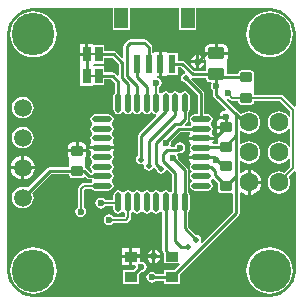
<source format=gbl>
G04 Layer_Physical_Order=2*
G04 Layer_Color=16711680*
%FSLAX44Y44*%
%MOMM*%
G71*
G01*
G75*
%ADD10R,0.6350X1.2700*%
G04:AMPARAMS|DCode=11|XSize=1mm|YSize=0.9mm|CornerRadius=0.1125mm|HoleSize=0mm|Usage=FLASHONLY|Rotation=180.000|XOffset=0mm|YOffset=0mm|HoleType=Round|Shape=RoundedRectangle|*
%AMROUNDEDRECTD11*
21,1,1.0000,0.6750,0,0,180.0*
21,1,0.7750,0.9000,0,0,180.0*
1,1,0.2250,-0.3875,0.3375*
1,1,0.2250,0.3875,0.3375*
1,1,0.2250,0.3875,-0.3375*
1,1,0.2250,-0.3875,-0.3375*
%
%ADD11ROUNDEDRECTD11*%
%ADD12R,1.0160X0.8636*%
%ADD14C,0.2000*%
%ADD15C,0.2500*%
%ADD16C,0.3000*%
%ADD17C,1.5000*%
%ADD18C,3.6000*%
%ADD19C,1.6000*%
%ADD20C,0.6000*%
%ADD21C,0.5000*%
%ADD22R,1.2000X1.8000*%
%ADD23R,0.6000X1.5500*%
%ADD24O,1.6500X0.5500*%
%ADD25O,0.5500X1.6500*%
G04:AMPARAMS|DCode=26|XSize=1.4mm|YSize=1mm|CornerRadius=0.125mm|HoleSize=0mm|Usage=FLASHONLY|Rotation=0.000|XOffset=0mm|YOffset=0mm|HoleType=Round|Shape=RoundedRectangle|*
%AMROUNDEDRECTD26*
21,1,1.4000,0.7500,0,0,0.0*
21,1,1.1500,1.0000,0,0,0.0*
1,1,0.2500,0.5750,-0.3750*
1,1,0.2500,-0.5750,-0.3750*
1,1,0.2500,-0.5750,0.3750*
1,1,0.2500,0.5750,0.3750*
%
%ADD26ROUNDEDRECTD26*%
%ADD27R,0.6000X0.2000*%
%ADD28R,0.9079X0.2000*%
G36*
X97196Y199839D02*
Y190428D01*
X96023Y189942D01*
X93983Y191982D01*
X93073Y192590D01*
X92001Y192803D01*
X84835D01*
Y197850D01*
X75998D01*
X75744Y199000D01*
X75998Y200150D01*
X84835D01*
Y205196D01*
X91839D01*
X97196Y199839D01*
D02*
G37*
G36*
X25000Y247176D02*
X92000D01*
Y228500D01*
X107000D01*
Y247176D01*
X148000D01*
Y228500D01*
X163000D01*
Y247176D01*
X223772D01*
X225000Y247176D01*
X225000Y247176D01*
X225000Y247176D01*
Y247176D01*
X226234Y247088D01*
X229333Y246783D01*
X233499Y245519D01*
X237339Y243467D01*
X240705Y240705D01*
X243467Y237339D01*
X245519Y233499D01*
X246783Y229333D01*
X247088Y226234D01*
X247176Y225000D01*
X247176D01*
X247176Y225000D01*
Y164225D01*
X245906Y163699D01*
X236302Y173302D01*
X235476Y173855D01*
X234500Y174049D01*
X211551D01*
Y174875D01*
X211439Y175439D01*
X212000Y176000D01*
Y184000D01*
X211439Y184561D01*
X211551Y185125D01*
Y191875D01*
X211348Y192899D01*
X210767Y193768D01*
X209899Y194348D01*
X208875Y194552D01*
X201125D01*
X200101Y194348D01*
X199232Y193768D01*
X198652Y192899D01*
X198448Y191875D01*
Y191304D01*
X188554D01*
Y194750D01*
X188545Y194795D01*
X189000Y195250D01*
Y203292D01*
X189320Y203771D01*
X189614Y205250D01*
Y207730D01*
X170386D01*
Y205250D01*
X170680Y203771D01*
X171000Y203292D01*
Y195250D01*
X171176Y195074D01*
X170782Y193804D01*
X161161D01*
X152983Y201983D01*
X152073Y202591D01*
X151000Y202804D01*
X147000D01*
Y209250D01*
X138040D01*
Y210290D01*
X133770D01*
Y200000D01*
Y189710D01*
X138040D01*
Y190750D01*
X147000D01*
Y197196D01*
X149838D01*
X153718Y193317D01*
X153300Y191939D01*
X152439Y191768D01*
X151116Y190884D01*
X150232Y189561D01*
X149922Y188000D01*
X150232Y186439D01*
X151116Y185116D01*
X152439Y184232D01*
X154000Y183922D01*
X154094Y183940D01*
X164196Y173839D01*
Y157333D01*
X161500D01*
X159842Y157003D01*
X158436Y156064D01*
X157497Y154658D01*
X157167Y153000D01*
X157497Y151342D01*
X158436Y149936D01*
X158470Y149913D01*
X158565Y148503D01*
X157849Y147804D01*
X153428D01*
X152942Y148977D01*
X154983Y151017D01*
X155590Y151927D01*
X155804Y153000D01*
Y158262D01*
X156064Y158436D01*
X157003Y159842D01*
X157333Y161500D01*
Y172500D01*
X157003Y174158D01*
X156064Y175564D01*
X154658Y176503D01*
X153000Y176833D01*
X151342Y176503D01*
X149936Y175564D01*
X149635Y175114D01*
X148365D01*
X148064Y175564D01*
X146658Y176503D01*
X145000Y176833D01*
X143342Y176503D01*
X141936Y175564D01*
X141635Y175114D01*
X140365D01*
X140064Y175564D01*
X138658Y176503D01*
X137000Y176833D01*
X135342Y176503D01*
X133936Y175564D01*
X133713Y175231D01*
X132447Y175156D01*
X132121Y175480D01*
X132064Y175564D01*
X131975Y175623D01*
X131549Y176046D01*
Y180291D01*
X132244Y180756D01*
X133239Y182244D01*
X133588Y184000D01*
X133239Y185756D01*
X132244Y187244D01*
X130756Y188239D01*
X129744Y188440D01*
X129869Y189710D01*
X131230D01*
Y200000D01*
Y210290D01*
X126960D01*
Y209250D01*
X125304D01*
Y214500D01*
X125091Y215573D01*
X124483Y216483D01*
X120983Y219983D01*
X120073Y220590D01*
X119000Y220804D01*
X107000D01*
X105927Y220590D01*
X105017Y219983D01*
X102017Y216983D01*
X101410Y216073D01*
X101196Y215000D01*
Y205429D01*
X100023Y204942D01*
X94983Y209983D01*
X94073Y210590D01*
X93000Y210804D01*
X84835D01*
Y215850D01*
X75715D01*
Y216890D01*
X71270D01*
Y210289D01*
X70931Y210148D01*
X70455Y209000D01*
Y208000D01*
X70000D01*
Y206730D01*
X64285D01*
Y199110D01*
X64285D01*
Y198890D01*
X64285D01*
Y181110D01*
X75715D01*
Y182150D01*
X84835D01*
Y187196D01*
X90839D01*
X94196Y183839D01*
Y175738D01*
X93936Y175564D01*
X92997Y174158D01*
X92667Y172500D01*
Y161500D01*
X92997Y159842D01*
X93936Y158436D01*
X95342Y157497D01*
X97000Y157167D01*
X98658Y157497D01*
X100064Y158436D01*
X100365Y158886D01*
X101635D01*
X101936Y158436D01*
X103342Y157497D01*
X105000Y157167D01*
X106658Y157497D01*
X108064Y158436D01*
X108365Y158886D01*
X109635D01*
X109936Y158436D01*
X111342Y157497D01*
X113000Y157167D01*
X114658Y157497D01*
X116064Y158436D01*
X116365Y158886D01*
X117635D01*
X117936Y158436D01*
X119342Y157497D01*
X121000Y157167D01*
X122658Y157497D01*
X124064Y158436D01*
X124365Y158886D01*
X125635D01*
X125936Y158436D01*
X127342Y157497D01*
X128504Y157265D01*
X129006Y155972D01*
X114017Y140983D01*
X113410Y140073D01*
X113196Y139000D01*
Y121937D01*
X113116Y121884D01*
X112232Y120561D01*
X111922Y119000D01*
X112232Y117439D01*
X113116Y116116D01*
X114439Y115232D01*
X116000Y114922D01*
X117561Y115232D01*
X117689Y115317D01*
X118832Y114554D01*
X118672Y113750D01*
X118982Y112189D01*
X119866Y110866D01*
X121189Y109982D01*
X122750Y109672D01*
X124311Y109982D01*
X125634Y110866D01*
X126330Y111908D01*
X127409Y112208D01*
X127818Y112217D01*
X128940Y111094D01*
X128922Y111000D01*
X129232Y109439D01*
X130116Y108116D01*
X131439Y107232D01*
X133000Y106922D01*
X134561Y107232D01*
X135884Y108116D01*
X136768Y109439D01*
X136939Y110300D01*
X138317Y110718D01*
X142196Y106839D01*
Y91738D01*
X141936Y91564D01*
X141635Y91114D01*
X140365D01*
X140064Y91564D01*
X138658Y92503D01*
X137000Y92833D01*
X135342Y92503D01*
X133936Y91564D01*
X133635Y91114D01*
X132365D01*
X132064Y91564D01*
X130658Y92503D01*
X129000Y92833D01*
X127342Y92503D01*
X125936Y91564D01*
X125635Y91114D01*
X124365D01*
X124064Y91564D01*
X122658Y92503D01*
X121000Y92833D01*
X119342Y92503D01*
X117936Y91564D01*
X117635Y91114D01*
X116365D01*
X116064Y91564D01*
X114658Y92503D01*
X113000Y92833D01*
X111342Y92503D01*
X109936Y91564D01*
X109635Y91114D01*
X108365D01*
X108064Y91564D01*
X106658Y92503D01*
X105000Y92833D01*
X103342Y92503D01*
X101936Y91564D01*
X101635Y91114D01*
X100365D01*
X100064Y91564D01*
X98658Y92503D01*
X97000Y92833D01*
X95342Y92503D01*
X93936Y91564D01*
X92997Y90158D01*
X92667Y88500D01*
Y84549D01*
X85709D01*
X85244Y85244D01*
X83756Y86239D01*
X82000Y86588D01*
X80244Y86239D01*
X78756Y85244D01*
X77761Y83756D01*
X77412Y82000D01*
X77761Y80244D01*
X78756Y78756D01*
X80244Y77761D01*
X82000Y77412D01*
X83756Y77761D01*
X85244Y78756D01*
X85709Y79451D01*
X92667D01*
Y77500D01*
X92997Y75842D01*
X93936Y74436D01*
X95342Y73497D01*
X97000Y73167D01*
X98658Y73497D01*
X100064Y74436D01*
X100287Y74769D01*
X101553Y74844D01*
X101880Y74521D01*
X101936Y74436D01*
X102025Y74377D01*
X102451Y73954D01*
Y71056D01*
X101944Y70549D01*
X92709D01*
X92244Y71244D01*
X90756Y72239D01*
X89000Y72588D01*
X87244Y72239D01*
X85756Y71244D01*
X84761Y69756D01*
X84412Y68000D01*
X84761Y66244D01*
X85756Y64756D01*
X87244Y63761D01*
X89000Y63412D01*
X90756Y63761D01*
X92244Y64756D01*
X92709Y65451D01*
X103000D01*
X103975Y65645D01*
X104802Y66198D01*
X106802Y68198D01*
X107355Y69025D01*
X107549Y70000D01*
Y74092D01*
X108064Y74436D01*
X108365Y74886D01*
X109635D01*
X109936Y74436D01*
X111342Y73497D01*
X113000Y73167D01*
X114658Y73497D01*
X116064Y74436D01*
X116365Y74886D01*
X117635D01*
X117936Y74436D01*
X119342Y73497D01*
X121000Y73167D01*
X122658Y73497D01*
X124064Y74436D01*
X124365Y74886D01*
X125635D01*
X125936Y74436D01*
X127342Y73497D01*
X129000Y73167D01*
X130658Y73497D01*
X132064Y74436D01*
X132087Y74471D01*
X133497Y74566D01*
X134196Y73849D01*
Y42390D01*
X134410Y41317D01*
X135017Y40407D01*
X135920Y39505D01*
Y31072D01*
X148561D01*
X149091Y29807D01*
X144353Y25068D01*
X135920D01*
Y22054D01*
X128789D01*
X128495Y22494D01*
X127006Y23489D01*
X125250Y23838D01*
X123494Y23489D01*
X122006Y22494D01*
X121011Y21006D01*
X120662Y19250D01*
X121011Y17494D01*
X122006Y16006D01*
X123494Y15011D01*
X125250Y14662D01*
X127006Y15011D01*
X128495Y16006D01*
X128789Y16446D01*
X135920D01*
Y13432D01*
X149080D01*
Y21865D01*
X198833Y71618D01*
X199441Y72527D01*
X199654Y73600D01*
Y90811D01*
X200924Y91437D01*
X202285Y90393D01*
X204848Y89331D01*
X206330Y89136D01*
Y99600D01*
Y110064D01*
X204848Y109869D01*
X202285Y108807D01*
X200924Y107763D01*
X199654Y108389D01*
Y117827D01*
X200180Y118006D01*
X200924Y118148D01*
X202809Y116702D01*
X205120Y115744D01*
X207600Y115418D01*
X210080Y115744D01*
X212391Y116702D01*
X214375Y118225D01*
X215898Y120209D01*
X216855Y122520D01*
X217182Y125000D01*
X216855Y127480D01*
X215898Y129791D01*
X214375Y131776D01*
X212391Y133298D01*
X210080Y134256D01*
X207600Y134582D01*
X205120Y134256D01*
X202809Y133298D01*
X200924Y131852D01*
X200180Y131994D01*
X199654Y132173D01*
Y143227D01*
X200180Y143406D01*
X200924Y143548D01*
X202809Y142102D01*
X205120Y141145D01*
X207600Y140818D01*
X210080Y141145D01*
X212391Y142102D01*
X214375Y143625D01*
X215898Y145609D01*
X216855Y147920D01*
X217182Y150400D01*
X216855Y152880D01*
X215898Y155191D01*
X214375Y157176D01*
X212391Y158698D01*
X210080Y159656D01*
X207600Y159982D01*
X205120Y159656D01*
X202809Y158698D01*
X200825Y157176D01*
X200792Y157173D01*
X188562Y169403D01*
X189188Y170573D01*
X190000Y170412D01*
X190820Y170575D01*
X191698Y169698D01*
X192525Y169145D01*
X193500Y168951D01*
X198448D01*
Y168125D01*
X198652Y167101D01*
X199232Y166232D01*
X200101Y165652D01*
X201125Y165448D01*
X208875D01*
X209899Y165652D01*
X210767Y166232D01*
X211348Y167101D01*
X211551Y168125D01*
Y168951D01*
X233444D01*
X242451Y159944D01*
Y155697D01*
X241722Y155377D01*
X241181Y155344D01*
X239775Y157176D01*
X237791Y158698D01*
X235480Y159656D01*
X233000Y159982D01*
X230520Y159656D01*
X228209Y158698D01*
X226224Y157176D01*
X224702Y155191D01*
X223745Y152880D01*
X223418Y150400D01*
X223745Y147920D01*
X224702Y145609D01*
X226224Y143625D01*
X228209Y142102D01*
X230520Y141145D01*
X233000Y140818D01*
X235480Y141145D01*
X237791Y142102D01*
X239775Y143625D01*
X241181Y145456D01*
X241722Y145423D01*
X242451Y145103D01*
Y130297D01*
X241722Y129977D01*
X241181Y129944D01*
X239775Y131776D01*
X237791Y133298D01*
X235480Y134256D01*
X233000Y134582D01*
X230520Y134256D01*
X228209Y133298D01*
X226224Y131776D01*
X224702Y129791D01*
X223745Y127480D01*
X223418Y125000D01*
X223745Y122520D01*
X224702Y120209D01*
X226224Y118225D01*
X228209Y116702D01*
X230520Y115744D01*
X233000Y115418D01*
X235480Y115744D01*
X237791Y116702D01*
X239775Y118225D01*
X241181Y120056D01*
X241722Y120023D01*
X242451Y119703D01*
Y112655D01*
X237723Y107927D01*
X235480Y108855D01*
X233000Y109182D01*
X230520Y108855D01*
X228209Y107898D01*
X226224Y106376D01*
X224702Y104391D01*
X223745Y102080D01*
X223418Y99600D01*
X223745Y97120D01*
X224702Y94809D01*
X226224Y92825D01*
X228209Y91302D01*
X230520Y90344D01*
X233000Y90018D01*
X235480Y90344D01*
X237791Y91302D01*
X239775Y92825D01*
X241298Y94809D01*
X242255Y97120D01*
X242582Y99600D01*
X242255Y102080D01*
X241327Y104321D01*
X245906Y108900D01*
X247176Y108374D01*
Y26228D01*
X247176Y25000D01*
X247176Y25000D01*
X247176Y25000D01*
X247176D01*
X247088Y23766D01*
X246783Y20667D01*
X245519Y16501D01*
X243467Y12661D01*
X240705Y9295D01*
X237339Y6533D01*
X233499Y4481D01*
X229333Y3217D01*
X226234Y2912D01*
X225000Y2824D01*
Y2824D01*
X225000Y2824D01*
X26228D01*
X25000Y2824D01*
X25000Y2824D01*
X25000Y2824D01*
Y2824D01*
X23766Y2912D01*
X20667Y3217D01*
X16501Y4481D01*
X12661Y6533D01*
X9295Y9295D01*
X6533Y12661D01*
X4481Y16501D01*
X3217Y20667D01*
X2912Y23766D01*
X2824Y25000D01*
X2824D01*
X2824Y25000D01*
Y223772D01*
X2824Y225000D01*
X2824Y225000D01*
X2824Y225000D01*
X2824D01*
X2912Y226234D01*
X3217Y229333D01*
X4481Y233499D01*
X6533Y237339D01*
X9295Y240705D01*
X12661Y243467D01*
X16501Y245519D01*
X20667Y246783D01*
X23766Y247088D01*
X25000Y247176D01*
Y247176D01*
X25000Y247176D01*
D02*
G37*
G36*
X160000Y188196D02*
X171446D01*
Y187250D01*
X171660Y186177D01*
X172267Y185267D01*
X173177Y184660D01*
X174250Y184446D01*
X175363D01*
X176042Y183176D01*
X175761Y182756D01*
X175412Y181000D01*
X175761Y179244D01*
X176756Y177756D01*
X177196Y177461D01*
Y174000D01*
X177410Y172927D01*
X178017Y172017D01*
X188237Y161798D01*
X187658Y160581D01*
X185838Y160219D01*
X184006Y158994D01*
X182781Y157162D01*
X182604Y156270D01*
X188000D01*
Y153730D01*
X182604D01*
X182686Y153321D01*
X181483Y152517D01*
X180672Y151305D01*
X180388Y149875D01*
Y147770D01*
X188000D01*
Y145230D01*
X180388D01*
Y143125D01*
X180672Y141695D01*
X181000Y141205D01*
Y134000D01*
X181426Y133574D01*
X181236Y132304D01*
X177135D01*
X177080Y132363D01*
X176573Y133574D01*
X177483Y134936D01*
X177641Y135730D01*
X167000D01*
X156359D01*
X156517Y134936D01*
X157686Y133186D01*
X157845Y133080D01*
X158017Y131437D01*
X157497Y130658D01*
X157167Y129000D01*
X157497Y127342D01*
X158017Y126563D01*
X157845Y124920D01*
X157686Y124814D01*
X156517Y123064D01*
X156359Y122270D01*
X167000D01*
Y119730D01*
X156359D01*
X156517Y118936D01*
X157686Y117186D01*
X157845Y117080D01*
X158017Y115437D01*
X157497Y114658D01*
X157167Y113000D01*
X157497Y111342D01*
X158436Y109936D01*
X158886Y109635D01*
Y108365D01*
X158436Y108064D01*
X157497Y106658D01*
X157167Y105000D01*
X157497Y103342D01*
X158436Y101936D01*
X158886Y101635D01*
Y100365D01*
X158436Y100064D01*
X157497Y98658D01*
X157167Y97000D01*
X157497Y95342D01*
X158436Y93936D01*
X159842Y92997D01*
X161500Y92667D01*
X172500D01*
X174158Y92997D01*
X175564Y93936D01*
X176503Y95342D01*
X176833Y97000D01*
X176503Y98658D01*
X175564Y100064D01*
X175114Y100365D01*
Y101635D01*
X175564Y101936D01*
X176082Y102711D01*
X177604Y102918D01*
X177626Y102909D01*
X181449Y99086D01*
Y93125D01*
X181652Y92101D01*
X182233Y91232D01*
X183101Y90652D01*
X184125Y90449D01*
X191875D01*
X192776Y90628D01*
X192994Y90590D01*
X194046Y89891D01*
Y74762D01*
X167432Y48148D01*
X166446Y48957D01*
X166768Y49439D01*
X167078Y51000D01*
X166768Y52561D01*
X165884Y53884D01*
X164561Y54768D01*
X163000Y55078D01*
X162906Y55060D01*
X155804Y62161D01*
Y74262D01*
X156064Y74436D01*
X157003Y75842D01*
X157333Y77500D01*
Y88500D01*
X157003Y90158D01*
X156064Y91564D01*
X155804Y91738D01*
Y110000D01*
X155590Y111073D01*
X154983Y111983D01*
X147485Y119480D01*
X147588Y120000D01*
X147239Y121756D01*
X146457Y122926D01*
X146861Y124006D01*
X147017Y124200D01*
X148073Y124410D01*
X148288Y124553D01*
X149000Y124412D01*
X150756Y124761D01*
X152244Y125756D01*
X153239Y127244D01*
X153588Y129000D01*
X153239Y130756D01*
X152244Y132244D01*
X150756Y133239D01*
X149000Y133588D01*
X147244Y133239D01*
X145756Y132244D01*
X144761Y130756D01*
X144572Y129804D01*
X141624D01*
X141025Y130924D01*
X141239Y131244D01*
X141588Y133000D01*
X141319Y134354D01*
X149161Y142196D01*
X157469D01*
X157851Y140938D01*
X157845Y140920D01*
X157686Y140814D01*
X156517Y139064D01*
X156359Y138270D01*
X167000D01*
X177641D01*
X177483Y139064D01*
X176314Y140814D01*
X176155Y140920D01*
X175983Y142563D01*
X176503Y143342D01*
X176833Y145000D01*
X176503Y146658D01*
X175564Y148064D01*
X175114Y148365D01*
Y149635D01*
X175564Y149936D01*
X176503Y151342D01*
X176833Y153000D01*
X176503Y154658D01*
X175564Y156064D01*
X174158Y157003D01*
X172500Y157333D01*
X169804D01*
Y175000D01*
X169590Y176073D01*
X168983Y176983D01*
X158832Y187134D01*
X159457Y188304D01*
X160000Y188196D01*
D02*
G37*
%LPC*%
G36*
X185750Y216614D02*
X181270D01*
Y210270D01*
X189614D01*
Y212750D01*
X189320Y214229D01*
X188482Y215482D01*
X187229Y216320D01*
X185750Y216614D01*
D02*
G37*
G36*
X178730D02*
X174250D01*
X172771Y216320D01*
X171518Y215482D01*
X170680Y214229D01*
X170386Y212750D01*
Y210270D01*
X178730D01*
Y216614D01*
D02*
G37*
G36*
X68730Y216890D02*
X64285D01*
Y209270D01*
X68730D01*
Y216890D01*
D02*
G37*
G36*
X225000Y244594D02*
X221177Y244218D01*
X217501Y243103D01*
X214114Y241292D01*
X211145Y238855D01*
X208708Y235886D01*
X206897Y232498D01*
X205782Y228822D01*
X205406Y225000D01*
X205782Y221177D01*
X206897Y217501D01*
X208708Y214114D01*
X211145Y211145D01*
X214114Y208708D01*
X217501Y206897D01*
X221177Y205782D01*
X225000Y205406D01*
X228822Y205782D01*
X232498Y206897D01*
X235886Y208708D01*
X238855Y211145D01*
X241292Y214114D01*
X243103Y217501D01*
X244218Y221177D01*
X244594Y225000D01*
X244218Y228822D01*
X243103Y232498D01*
X241292Y235886D01*
X238855Y238855D01*
X235886Y241292D01*
X232498Y243103D01*
X228822Y244218D01*
X225000Y244594D01*
D02*
G37*
G36*
X25000D02*
X21177Y244218D01*
X17502Y243103D01*
X14114Y241292D01*
X11145Y238855D01*
X8708Y235886D01*
X6897Y232498D01*
X5782Y228822D01*
X5406Y225000D01*
X5782Y221177D01*
X6897Y217501D01*
X8708Y214114D01*
X11145Y211145D01*
X14114Y208708D01*
X17502Y206897D01*
X21177Y205782D01*
X25000Y205406D01*
X28823Y205782D01*
X32499Y206897D01*
X35886Y208708D01*
X38856Y211145D01*
X41292Y214114D01*
X43103Y217501D01*
X44218Y221177D01*
X44595Y225000D01*
X44218Y228822D01*
X43103Y232498D01*
X41292Y235886D01*
X38856Y238855D01*
X35886Y241292D01*
X32499Y243103D01*
X28823Y244218D01*
X25000Y244594D01*
D02*
G37*
G36*
X165270Y207396D02*
Y203270D01*
X169396D01*
X169219Y204162D01*
X167994Y205994D01*
X166162Y207219D01*
X165270Y207396D01*
D02*
G37*
G36*
X162730D02*
X161838Y207219D01*
X160006Y205994D01*
X158781Y204162D01*
X158604Y203270D01*
X162730D01*
Y207396D01*
D02*
G37*
G36*
X169396Y200730D02*
X165270D01*
Y196604D01*
X166162Y196781D01*
X167994Y198006D01*
X169219Y199838D01*
X169396Y200730D01*
D02*
G37*
G36*
X162730D02*
X158604D01*
X158781Y199838D01*
X160006Y198006D01*
X161838Y196781D01*
X162730Y196604D01*
Y200730D01*
D02*
G37*
G36*
X16000Y172078D02*
X13650Y171768D01*
X11461Y170861D01*
X9581Y169419D01*
X8138Y167539D01*
X7232Y165349D01*
X6922Y163000D01*
X7232Y160651D01*
X8138Y158461D01*
X9581Y156581D01*
X11461Y155139D01*
X13650Y154232D01*
X16000Y153922D01*
X18349Y154232D01*
X20539Y155139D01*
X22419Y156581D01*
X23861Y158461D01*
X24768Y160651D01*
X25078Y163000D01*
X24768Y165349D01*
X23861Y167539D01*
X22419Y169419D01*
X20539Y170861D01*
X18349Y171768D01*
X16000Y172078D01*
D02*
G37*
G36*
X88500Y157333D02*
X77500D01*
X75842Y157003D01*
X74436Y156064D01*
X73497Y154658D01*
X73167Y153000D01*
X73497Y151342D01*
X74436Y149936D01*
X74886Y149635D01*
Y148365D01*
X74436Y148064D01*
X73497Y146658D01*
X73167Y145000D01*
X73497Y143342D01*
X74436Y141936D01*
X74886Y141635D01*
Y140365D01*
X74436Y140064D01*
X73497Y138658D01*
X73167Y137000D01*
X73497Y135342D01*
X74017Y134563D01*
X73845Y132920D01*
X73686Y132814D01*
X72517Y131064D01*
X72359Y130270D01*
X83000D01*
X93641D01*
X93483Y131064D01*
X92314Y132814D01*
X92155Y132920D01*
X91983Y134563D01*
X92503Y135342D01*
X92833Y137000D01*
X92503Y138658D01*
X91564Y140064D01*
X91114Y140365D01*
Y141635D01*
X91564Y141936D01*
X92503Y143342D01*
X92833Y145000D01*
X92503Y146658D01*
X91564Y148064D01*
X91114Y148365D01*
Y149635D01*
X91564Y149936D01*
X92503Y151342D01*
X92833Y153000D01*
X92503Y154658D01*
X91564Y156064D01*
X90158Y157003D01*
X88500Y157333D01*
D02*
G37*
G36*
X16000Y146678D02*
X13650Y146368D01*
X11461Y145461D01*
X9581Y144019D01*
X8138Y142139D01*
X7232Y139949D01*
X6922Y137600D01*
X7232Y135251D01*
X8138Y133061D01*
X9581Y131181D01*
X11461Y129739D01*
X13650Y128832D01*
X16000Y128522D01*
X18349Y128832D01*
X20539Y129739D01*
X22419Y131181D01*
X23861Y133061D01*
X24768Y135251D01*
X25078Y137600D01*
X24768Y139949D01*
X23861Y142139D01*
X22419Y144019D01*
X20539Y145461D01*
X18349Y146368D01*
X16000Y146678D01*
D02*
G37*
G36*
X65875Y133612D02*
X63270D01*
Y127770D01*
X69612D01*
Y129875D01*
X69327Y131305D01*
X68517Y132517D01*
X67305Y133327D01*
X65875Y133612D01*
D02*
G37*
G36*
X60730D02*
X58125D01*
X56695Y133327D01*
X55483Y132517D01*
X54673Y131305D01*
X54388Y129875D01*
Y127770D01*
X60730D01*
Y133612D01*
D02*
G37*
G36*
X17270Y122159D02*
Y113470D01*
X25959D01*
X25782Y114821D01*
X24770Y117263D01*
X23161Y119361D01*
X21063Y120970D01*
X18621Y121981D01*
X17270Y122159D01*
D02*
G37*
G36*
X14730D02*
X13379Y121981D01*
X10937Y120970D01*
X8839Y119361D01*
X7230Y117263D01*
X6218Y114821D01*
X6041Y113470D01*
X14730D01*
Y122159D01*
D02*
G37*
G36*
X93641Y127730D02*
X83000D01*
X72359D01*
X72517Y126936D01*
X73686Y125186D01*
X73845Y125080D01*
X74017Y123437D01*
X73497Y122658D01*
X73167Y121000D01*
X73497Y119342D01*
X74436Y117936D01*
X74886Y117635D01*
Y116365D01*
X74436Y116064D01*
X73497Y114658D01*
X73167Y113000D01*
X73497Y111342D01*
X74436Y109936D01*
X74886Y109635D01*
Y108365D01*
X74436Y108064D01*
X74367Y107960D01*
X73082Y107884D01*
X69483Y111483D01*
X68573Y112090D01*
X68551Y112095D01*
Y112875D01*
X68439Y113439D01*
X69000Y114000D01*
Y121205D01*
X69327Y121695D01*
X69612Y123125D01*
Y125230D01*
X54388D01*
Y123125D01*
X54673Y121695D01*
X55000Y121205D01*
Y114000D01*
X55426Y113574D01*
X55236Y112304D01*
X38700D01*
X37627Y112090D01*
X36717Y111483D01*
X20084Y94850D01*
X18349Y95568D01*
X16000Y95878D01*
X13650Y95568D01*
X11461Y94661D01*
X9581Y93219D01*
X8138Y91339D01*
X7232Y89149D01*
X6922Y86800D01*
X7232Y84451D01*
X8138Y82261D01*
X9581Y80381D01*
X11461Y78938D01*
X13650Y78032D01*
X16000Y77722D01*
X18349Y78032D01*
X20539Y78938D01*
X22419Y80381D01*
X23861Y82261D01*
X24768Y84451D01*
X25078Y86800D01*
X24768Y89149D01*
X24050Y90884D01*
X39861Y106696D01*
X55449D01*
Y106125D01*
X55652Y105101D01*
X56233Y104233D01*
X57101Y103652D01*
X58125Y103449D01*
X65875D01*
X66899Y103652D01*
X67768Y104233D01*
X68710Y104325D01*
X70017Y103017D01*
X70927Y102410D01*
X72000Y102196D01*
X74262D01*
X74436Y101936D01*
X74769Y101713D01*
X74844Y100447D01*
X74521Y100121D01*
X74436Y100064D01*
X74377Y99976D01*
X73954Y99549D01*
X68000D01*
X67025Y99355D01*
X66198Y98802D01*
X63198Y95802D01*
X62645Y94976D01*
X62451Y94000D01*
Y78709D01*
X61756Y78244D01*
X60761Y76756D01*
X60412Y75000D01*
X60761Y73244D01*
X61756Y71756D01*
X63244Y70761D01*
X65000Y70412D01*
X66756Y70761D01*
X68244Y71756D01*
X69239Y73244D01*
X69588Y75000D01*
X69239Y76756D01*
X68244Y78244D01*
X67549Y78709D01*
Y92944D01*
X69056Y94451D01*
X74092D01*
X74436Y93936D01*
X75842Y92997D01*
X77500Y92667D01*
X88500D01*
X90158Y92997D01*
X91564Y93936D01*
X92503Y95342D01*
X92833Y97000D01*
X92503Y98658D01*
X91564Y100064D01*
X91114Y100365D01*
Y101635D01*
X91564Y101936D01*
X92503Y103342D01*
X92833Y105000D01*
X92503Y106658D01*
X91564Y108064D01*
X91114Y108365D01*
Y109635D01*
X91564Y109936D01*
X92503Y111342D01*
X92833Y113000D01*
X92503Y114658D01*
X91564Y116064D01*
X91114Y116365D01*
Y117635D01*
X91564Y117936D01*
X92503Y119342D01*
X92833Y121000D01*
X92503Y122658D01*
X91983Y123437D01*
X92155Y125080D01*
X92314Y125186D01*
X93483Y126936D01*
X93641Y127730D01*
D02*
G37*
G36*
X25959Y110930D02*
X17270D01*
Y102240D01*
X18621Y102418D01*
X21063Y103430D01*
X23161Y105039D01*
X24770Y107137D01*
X25782Y109579D01*
X25959Y110930D01*
D02*
G37*
G36*
X14730D02*
X6041D01*
X6218Y109579D01*
X7230Y107137D01*
X8839Y105039D01*
X10937Y103430D01*
X13379Y102418D01*
X14730Y102240D01*
Y110930D01*
D02*
G37*
G36*
X208870Y110064D02*
Y100870D01*
X218064D01*
X217869Y102352D01*
X216807Y104916D01*
X215117Y107117D01*
X212915Y108807D01*
X210352Y109869D01*
X208870Y110064D01*
D02*
G37*
G36*
X218064Y98330D02*
X208870D01*
Y89136D01*
X210352Y89331D01*
X212915Y90393D01*
X215117Y92083D01*
X216807Y94284D01*
X217869Y96848D01*
X218064Y98330D01*
D02*
G37*
G36*
X128270Y42396D02*
Y38270D01*
X132396D01*
X132219Y39162D01*
X130994Y40994D01*
X129162Y42219D01*
X128270Y42396D01*
D02*
G37*
G36*
X125730D02*
X124838Y42219D01*
X123006Y40994D01*
X121781Y39162D01*
X121604Y38270D01*
X125730D01*
Y42396D01*
D02*
G37*
G36*
X115094Y43748D02*
X108744D01*
Y38160D01*
X115094D01*
Y43748D01*
D02*
G37*
G36*
X106204D02*
X99854D01*
Y38160D01*
X106204D01*
Y43748D01*
D02*
G37*
G36*
X132396Y35730D02*
X128270D01*
Y31604D01*
X129162Y31781D01*
X130994Y33006D01*
X132219Y34838D01*
X132396Y35730D01*
D02*
G37*
G36*
X125730D02*
X121604D01*
X121781Y34838D01*
X123006Y33006D01*
X124838Y31781D01*
X125730Y31604D01*
Y35730D01*
D02*
G37*
G36*
X106204Y35620D02*
X99854D01*
Y30032D01*
X106204D01*
Y35620D01*
D02*
G37*
G36*
X115094D02*
X108744D01*
Y30032D01*
X110758D01*
X111787Y28762D01*
X111636Y28000D01*
X111739Y27480D01*
X109327Y25068D01*
X100894D01*
Y13432D01*
X114054D01*
Y21865D01*
X115704Y23515D01*
X116224Y23412D01*
X117980Y23761D01*
X119468Y24756D01*
X120463Y26244D01*
X120812Y28000D01*
X120463Y29756D01*
X119468Y31244D01*
X117980Y32239D01*
X116224Y32588D01*
X116076Y32559D01*
X115094Y33364D01*
Y35620D01*
D02*
G37*
G36*
X225000Y44595D02*
X221177Y44218D01*
X217501Y43103D01*
X214114Y41292D01*
X211145Y38856D01*
X208708Y35886D01*
X206897Y32499D01*
X205782Y28823D01*
X205406Y25000D01*
X205782Y21177D01*
X206897Y17502D01*
X208708Y14114D01*
X211145Y11145D01*
X214114Y8708D01*
X217501Y6897D01*
X221177Y5782D01*
X225000Y5406D01*
X228822Y5782D01*
X232498Y6897D01*
X235886Y8708D01*
X238855Y11145D01*
X241292Y14114D01*
X243103Y17502D01*
X244218Y21177D01*
X244594Y25000D01*
X244218Y28823D01*
X243103Y32499D01*
X241292Y35886D01*
X238855Y38856D01*
X235886Y41292D01*
X232498Y43103D01*
X228822Y44218D01*
X225000Y44595D01*
D02*
G37*
G36*
X25000D02*
X21177Y44218D01*
X17502Y43103D01*
X14114Y41292D01*
X11145Y38856D01*
X8708Y35886D01*
X6897Y32499D01*
X5782Y28823D01*
X5406Y25000D01*
X5782Y21177D01*
X6897Y17502D01*
X8708Y14114D01*
X11145Y11145D01*
X14114Y8708D01*
X17502Y6897D01*
X21177Y5782D01*
X25000Y5406D01*
X28823Y5782D01*
X32499Y6897D01*
X35886Y8708D01*
X38856Y11145D01*
X41292Y14114D01*
X43103Y17502D01*
X44218Y21177D01*
X44595Y25000D01*
X44218Y28823D01*
X43103Y32499D01*
X41292Y35886D01*
X38856Y38856D01*
X35886Y41292D01*
X32499Y43103D01*
X28823Y44218D01*
X25000Y44595D01*
D02*
G37*
%LPD*%
D10*
X80160Y208000D02*
D03*
X70000D02*
D03*
X80160Y190000D02*
D03*
X70000D02*
D03*
D11*
X188000Y146500D02*
D03*
Y129500D02*
D03*
X188000Y113500D02*
D03*
Y96500D02*
D03*
X205000Y188500D02*
D03*
Y171500D02*
D03*
X62000Y109500D02*
D03*
Y126500D02*
D03*
D12*
X142500Y36890D02*
D03*
X107474D02*
D03*
X142500Y19250D02*
D03*
X107474D02*
D03*
D14*
X234500Y171500D02*
X245000Y161000D01*
Y111599D02*
Y161000D01*
X233000Y99600D02*
X245000Y111599D01*
X205000Y171500D02*
X234500D01*
X193500D02*
X205000D01*
X190000Y175000D02*
X193500Y171500D01*
X129000Y167000D02*
Y184000D01*
X65000Y75000D02*
Y94000D01*
X68000Y97000D01*
X83000D01*
X96000Y82000D02*
X97000Y83000D01*
X82000Y82000D02*
X96000D01*
X103000Y68000D02*
X105000Y70000D01*
Y83000D01*
X89000Y68000D02*
X103000D01*
D15*
X196850Y73600D02*
Y105350D01*
X142500Y200000D02*
X151000D01*
X160000Y191000D01*
X180000D01*
X121000Y167000D02*
Y180000D01*
X93000Y208000D02*
X100000Y201000D01*
X80160Y208000D02*
X93000D01*
X81829Y190000D02*
X92001D01*
X70000D02*
Y208000D01*
X137000Y42390D02*
Y83000D01*
Y42390D02*
X142500Y36890D01*
X203601Y150400D02*
X207600D01*
X188000Y129500D02*
Y130799D01*
X188000Y96500D02*
X196850Y105350D01*
X142500Y19250D02*
X196850Y73600D01*
Y105350D02*
Y139649D01*
X188000Y130799D02*
X196850Y139649D01*
Y156850D01*
X197000Y157000D01*
X180000Y174000D02*
X197000Y157000D01*
X203601Y150400D01*
X72000Y105000D02*
X83000D01*
X67500Y109500D02*
X72000Y105000D01*
X62000Y109500D02*
X67500D01*
X167000Y137000D02*
X178500D01*
X188000Y146500D01*
X167500Y129500D02*
X188000D01*
X167000Y129000D02*
X167500Y129500D01*
X185500Y113500D02*
X188000D01*
X178000Y121000D02*
X185500Y113500D01*
X167000Y121000D02*
X178000D01*
X179000Y105500D02*
X188000Y96500D01*
X179000Y105500D02*
Y109000D01*
X175000Y113000D02*
X179000Y109000D01*
X167000Y113000D02*
X175000D01*
X188000Y146500D02*
Y155000D01*
X125250Y19250D02*
X142500D01*
X107474D02*
X116224Y28000D01*
X38700Y109500D02*
X62000D01*
X148000Y145000D02*
X167000D01*
X137000Y134000D02*
X148000Y145000D01*
X137000Y133000D02*
Y134000D01*
X143000Y120000D02*
X153000Y110000D01*
Y83000D02*
Y110000D01*
X145000Y83000D02*
Y108000D01*
X135000Y118000D02*
X145000Y108000D01*
X135000Y118000D02*
Y124000D01*
X138000Y127000D01*
X147000D01*
X149000Y129000D01*
X182500Y188500D02*
X205000D01*
X180000Y191000D02*
X182500Y188500D01*
X180000Y174000D02*
Y181000D01*
Y191000D01*
X104000Y215000D02*
X107000Y218000D01*
X119000D01*
X122500Y214500D01*
Y200000D02*
Y214500D01*
X171000Y209000D02*
X180000D01*
X164000Y202000D02*
X171000Y209000D01*
X97000Y167000D02*
Y185000D01*
X92001Y190000D02*
X97000Y185000D01*
X100000Y187657D02*
X105000Y182657D01*
X100000Y187657D02*
Y201000D01*
X112500Y188500D02*
Y200000D01*
Y188500D02*
X121000Y180000D01*
X105000Y167000D02*
Y182657D01*
X104000Y190000D02*
Y215000D01*
Y190000D02*
X113000Y181000D01*
Y167000D02*
Y181000D01*
X16000Y86800D02*
X38700Y109500D01*
X137000Y160000D02*
Y167000D01*
X116000Y139000D02*
X137000Y160000D01*
X116000Y119000D02*
Y139000D01*
X122750Y113750D02*
X123000Y114000D01*
Y135000D01*
X145000Y157000D01*
Y167000D01*
X153000Y153000D02*
Y167000D01*
X149000Y149000D02*
X153000Y153000D01*
X144868Y149000D02*
X149000D01*
X129000Y133132D02*
X144868Y149000D01*
X129000Y115000D02*
Y133132D01*
Y115000D02*
X133000Y111000D01*
X145000Y50000D02*
Y83000D01*
Y50000D02*
X150000Y45000D01*
X156000D01*
X153000Y61000D02*
Y83000D01*
Y61000D02*
X163000Y51000D01*
X167000Y153000D02*
Y175000D01*
X154000Y188000D02*
X167000Y175000D01*
D16*
X188000Y155000D02*
X188000Y155000D01*
X107584Y37000D02*
X127000D01*
D17*
X16000Y86800D02*
D03*
Y112200D02*
D03*
Y137600D02*
D03*
Y163000D02*
D03*
D18*
X25000Y225000D02*
D03*
X225000D02*
D03*
Y25000D02*
D03*
X25000D02*
D03*
D19*
X233000Y150400D02*
D03*
X207600D02*
D03*
X233000Y125000D02*
D03*
X207600D02*
D03*
X233000Y99600D02*
D03*
X207600D02*
D03*
D20*
X188000Y155000D02*
D03*
X180000Y119000D02*
D03*
X127000Y37000D02*
D03*
X125250Y19250D02*
D03*
X116224Y28000D02*
D03*
X137000Y133000D02*
D03*
X143000Y120000D02*
D03*
X149000Y129000D02*
D03*
X190000Y175000D02*
D03*
X129000Y184000D02*
D03*
X65000Y75000D02*
D03*
X82000Y82000D02*
D03*
X180000Y181000D02*
D03*
X164000Y202000D02*
D03*
X89000Y68000D02*
D03*
D21*
X116000Y119000D02*
D03*
X122750Y113750D02*
D03*
X133000Y111000D02*
D03*
X156000Y45000D02*
D03*
X163000Y51000D02*
D03*
X154000Y188000D02*
D03*
D22*
X99500Y239000D02*
D03*
X155500D02*
D03*
D23*
X112500Y200000D02*
D03*
X122500D02*
D03*
X132500D02*
D03*
X142500D02*
D03*
D24*
X167000Y153000D02*
D03*
Y145000D02*
D03*
Y137000D02*
D03*
Y129000D02*
D03*
Y121000D02*
D03*
Y113000D02*
D03*
Y105000D02*
D03*
Y97000D02*
D03*
X83000D02*
D03*
Y105000D02*
D03*
Y113000D02*
D03*
Y121000D02*
D03*
Y129000D02*
D03*
Y137000D02*
D03*
Y145000D02*
D03*
Y153000D02*
D03*
D25*
X153000Y83000D02*
D03*
X145000D02*
D03*
X137000D02*
D03*
X129000D02*
D03*
X121000D02*
D03*
X113000D02*
D03*
X105000D02*
D03*
X97000D02*
D03*
Y167000D02*
D03*
X105000D02*
D03*
X113000D02*
D03*
X121000D02*
D03*
X129000D02*
D03*
X137000D02*
D03*
X145000D02*
D03*
X153000D02*
D03*
D26*
X180000Y191000D02*
D03*
Y209000D02*
D03*
D27*
X75079Y208000D02*
D03*
D28*
X74540Y190000D02*
D03*
M02*

</source>
